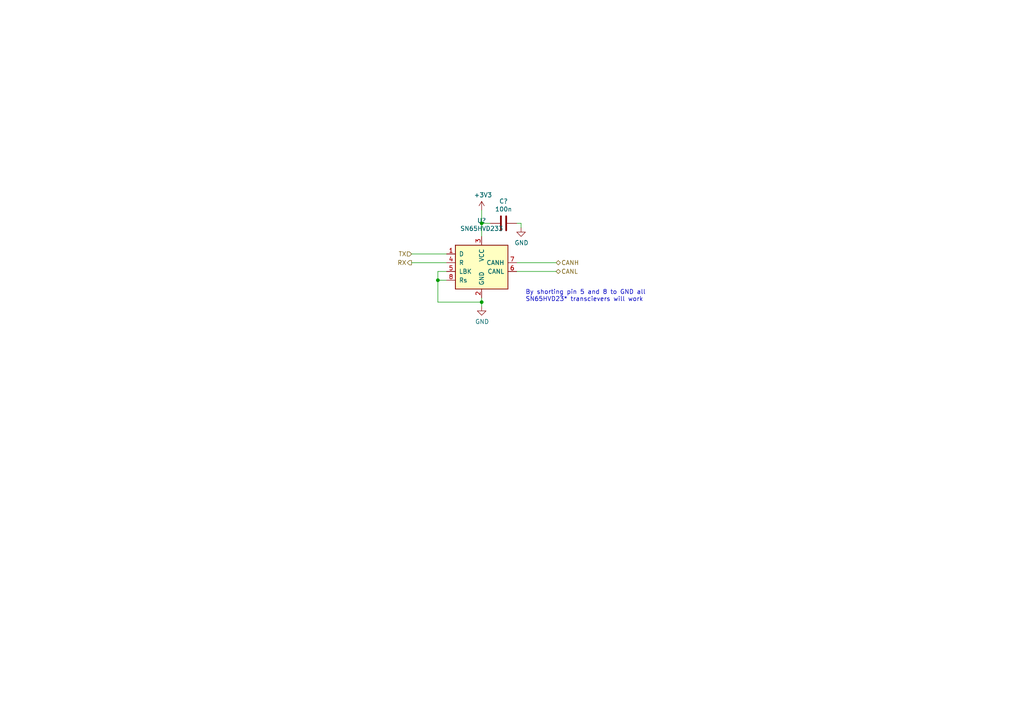
<source format=kicad_sch>
(kicad_sch (version 20230121) (generator eeschema)
  (paper "A4")
  (title_block (title "Schematic Blocks") (date "2019-12-05") (rev "1.0") (company "KTH Formula Student") (comment 1 " - ") (comment 2 "Jordi Altayó") (comment 3 "jordiag@kth.se"))
  (lib_symbols
    (symbol "Device:C" (pin_numbers hide) (pin_names (offset 0.254))
      (property "Reference" "C" (at 0.635 2.54 0))
      (property "Value" "C" (at 0.635 -2.54 0))
      (symbol "C_0_1"
        (polyline (pts (xy -2.032 -0.762) (xy 2.032 -0.762)) (stroke (width 0.508)))
        (polyline (pts (xy -2.032 0.762) (xy 2.032 0.762)) (stroke (width 0.508)))
      )
      (symbol "C_1_1"
        (pin passive line (at 0 3.81 270) (length 2.794) (name "~") (number "1"))
        (pin passive line (at 0 -3.81 90) (length 2.794) (name "~") (number "2"))
      )
    )
    (symbol "Interface_CAN_LIN:SN65HVD233" (pin_names (offset 1.016))
      (property "Reference" "U" (at -2.54 10.16 0))
      (property "Value" "SN65HVD233" (at -2.54 7.62 0))
      (symbol "SN65HVD233_0_1"
        (rectangle (start -7.62 5.08) (end 7.62 -7.62) (stroke (width 0.254)) (fill (type background)))
      )
      (symbol "SN65HVD233_1_1"
        (pin input line (at -10.16 2.54 0) (length 2.54) (name "D") (number "1"))
        (pin power_in line (at 0 -10.16 90) (length 2.54) (name "GND") (number "2"))
        (pin power_in line (at 0 7.62 270) (length 2.54) (name "VCC") (number "3"))
        (pin output line (at -10.16 0 0) (length 2.54) (name "R") (number "4"))
        (pin input line (at -10.16 -2.54 0) (length 2.54) (name "LBK") (number "5"))
        (pin bidirectional line (at 10.16 -2.54 180) (length 2.54) (name "CANL") (number "6"))
        (pin bidirectional line (at 10.16 0 180) (length 2.54) (name "CANH") (number "7"))
        (pin input line (at -10.16 -5.08 0) (length 2.54) (name "Rs") (number "8"))
      )
    )
    (symbol "blocks-rescue:+3.3V-power" (power) (pin_names (offset 0))
      (property "Value" "+3.3V-power" (at 0 3.556 0))
      (symbol "+3.3V-power_0_1"
        (polyline (pts (xy -0.762 1.27) (xy 0 2.54)))
        (polyline (pts (xy 0 0) (xy 0 2.54)))
        (polyline (pts (xy 0 2.54) (xy 0.762 1.27)))
      )
      (symbol "+3.3V-power_1_1"
        (pin power_in line (at 0 0 90) (length 0) hide (name "+3V3") (number "1"))
      )
    )
    (symbol "power:GND" (power) (pin_names (offset 0))
      (property "Value" "GND" (at 0 -3.81 0))
      (symbol "GND_0_1"
        (polyline (pts (xy 0 0) (xy 0 -1.27) (xy 1.27 -1.27) (xy 0 -2.54) (xy -1.27 -1.27) (xy 0 -1.27)))
      )
      (symbol "GND_1_1"
        (pin power_in line (at 0 0 270) (length 0) hide (name "GND") (number "1"))
      )
    )
  )
  (junction (at 127 81.28))
  (junction (at 139.7 87.63))
  (junction (at 139.7 64.77))
  (wire (pts (xy 151.13 64.77) (xy 149.86 64.77)))
  (wire (pts (xy 139.7 87.63) (xy 139.7 86.36)))
  (wire (pts (xy 139.7 64.77) (xy 139.7 60.96)))
  (wire (pts (xy 139.7 68.58) (xy 139.7 64.77)))
  (wire (pts (xy 119.38 73.66) (xy 129.54 73.66)))
  (wire (pts (xy 149.86 76.2) (xy 161.29 76.2)))
  (wire (pts (xy 129.54 78.74) (xy 127 78.74)))
  (wire (pts (xy 142.24 64.77) (xy 139.7 64.77)))
  (wire (pts (xy 139.7 88.9) (xy 139.7 87.63)))
  (wire (pts (xy 129.54 76.2) (xy 119.38 76.2)))
  (wire (pts (xy 127 87.63) (xy 139.7 87.63)))
  (wire (pts (xy 127 78.74) (xy 127 81.28)))
  (wire (pts (xy 127 81.28) (xy 127 87.63)))
  (wire (pts (xy 151.13 66.04) (xy 151.13 64.77)))
  (wire (pts (xy 129.54 81.28) (xy 127 81.28)))
  (wire (pts (xy 161.29 78.74) (xy 149.86 78.74)))
  (text "By shorting pin 5 and 8 to GND all\nSN65HVD23* transcievers will work" (at 152.4 87.63 0) (effects (font (size 1.27 1.27)) (justify left bottom)))
  (hierarchical_label "TX" (shape input) (at 119.38 73.66 180))
  (hierarchical_label "CANL" (shape bidirectional) (at 161.29 78.74 0))
  (hierarchical_label "RX" (shape output) (at 119.38 76.2 180))
  (hierarchical_label "CANH" (shape bidirectional) (at 161.29 76.2 0))
  (symbol (lib_id "blocks-rescue:+3.3V-power") (at 139.7 60.96 0) (unit 1)
    (property "Reference" "#PWR?" (effects hide))
    (property "Value" "+3.3V" (at 140.081 56.5658 0))
  )
  (symbol (lib_id "power:GND") (at 139.7 88.9 0) (unit 1)
    (property "Reference" "#PWR?" (effects hide))
    (property "Value" "GND" (at 139.827 93.2942 0))
  )
  (symbol (lib_id "Device:C") (at 146.05 64.77 270) (unit 1)
    (property "Reference" "C?" (at 146.05 58.3692 90))
    (property "Value" "100n" (at 146.05 60.6806 90))
  )
  (symbol (lib_id "power:GND") (at 151.13 66.04 0) (unit 1)
    (property "Reference" "#PWR?" (effects hide))
    (property "Value" "GND" (at 151.257 70.4342 0))
  )
  (symbol (lib_id "Interface_CAN_LIN:SN65HVD233") (at 139.7 76.2 0) (unit 1)
    (property "Reference" "U?" (at 139.7 63.9826 0))
    (property "Value" "SN65HVD233" (at 139.7 66.294 0))
    (property "Footprint" "Package_SO:SOIC-8_3.9x4.9mm_P1.27mm" (effects hide))
    (property "Datasheet" "http://www.ti.com/lit/ds/symlink/sn65hvd234.pdf" (effects hide))
  )
)
</source>
